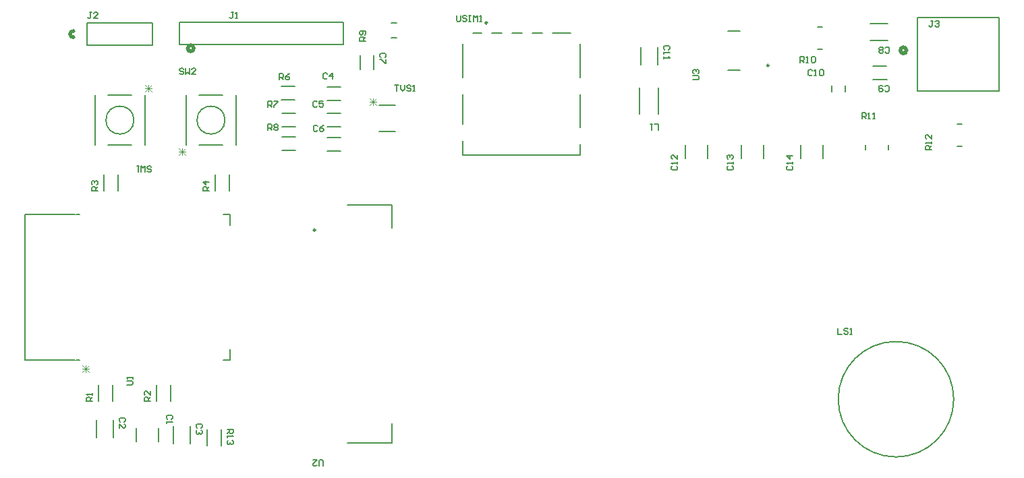
<source format=gto>
G04*
G04 #@! TF.GenerationSoftware,Altium Limited,Altium Designer,24.8.2 (39)*
G04*
G04 Layer_Color=65535*
%FSLAX44Y44*%
%MOMM*%
G71*
G04*
G04 #@! TF.SameCoordinates,C4C63D13-D3AA-445C-89B5-11D78E456874*
G04*
G04*
G04 #@! TF.FilePolarity,Positive*
G04*
G01*
G75*
%ADD10C,0.1500*%
%ADD11C,0.1524*%
%ADD12C,0.2500*%
%ADD13C,0.5080*%
%ADD14C,0.2000*%
%ADD15C,0.1778*%
%ADD16C,0.0762*%
D10*
X1102470Y96520D02*
G03*
X1102470Y96520I-72500J0D01*
G01*
D11*
X187706Y447040D02*
G03*
X187706Y447040I-17526J0D01*
G01*
X73406D02*
G03*
X73406Y447040I-17526J0D01*
G01*
X194348Y314843D02*
Y328533D01*
X763Y145907D02*
X5197D01*
X381127Y433070D02*
X401193D01*
X185842Y328533D02*
X194348D01*
Y145907D02*
Y159598D01*
X381127Y466090D02*
X401193D01*
X-63208Y328533D02*
X-763D01*
X185842Y145907D02*
X194348D01*
X-63208D02*
Y328533D01*
X763D02*
X5197D01*
X-63208Y145907D02*
X-763D01*
X24638Y415798D02*
Y478282D01*
X41026Y415798D02*
X70734D01*
X155326D02*
X185034D01*
X14986Y541020D02*
Y568960D01*
X96774D01*
X201422Y415798D02*
Y478282D01*
X155326D02*
X185034D01*
X138938Y415798D02*
Y478282D01*
X130810Y570230D02*
X336550D01*
X96774Y541020D02*
Y568960D01*
X14986Y541020D02*
X96774D01*
X130810Y542290D02*
Y570230D01*
X41026Y478282D02*
X70734D01*
X1057040Y575940D02*
X1159580D01*
X1057040Y483400D02*
Y575940D01*
X336550Y542290D02*
Y570230D01*
X130810Y542290D02*
X336550D01*
X1057040Y483400D02*
X1159580D01*
Y575940D01*
X87122Y415798D02*
Y478282D01*
D12*
X516970Y569290D02*
G03*
X516970Y569290I-1250J0D01*
G01*
X870520Y515620D02*
G03*
X870520Y515620I-1250J0D01*
G01*
X301260Y308920D02*
G03*
X301260Y308920I-1250J0D01*
G01*
D13*
X1043070Y534670D02*
G03*
X1043070Y534670I-3810J0D01*
G01*
X148590Y537210D02*
G03*
X148590Y537210I-3810J0D01*
G01*
X-2540Y558792D02*
G03*
X-2540Y551189I-254J-3801D01*
G01*
D14*
X731871Y454770D02*
Y487832D01*
X708309Y454770D02*
Y487832D01*
X175400Y358259D02*
Y378341D01*
X997380Y546780D02*
X1019380D01*
X397510Y311920D02*
Y340420D01*
X931523Y535635D02*
X937917D01*
X966080Y482910D02*
Y489910D01*
X315720Y488560D02*
X333220D01*
X35700Y358259D02*
Y378341D01*
X258570Y489830D02*
X275570D01*
X709590Y516170D02*
Y538170D01*
X730590Y516170D02*
Y538170D01*
X997433Y568357D02*
X1019433D01*
X931523Y564185D02*
X937917D01*
X374260Y510680D02*
Y528180D01*
X1000900Y498230D02*
X1018400D01*
X1106783Y442265D02*
X1113177D01*
X357230Y510627D02*
Y528126D01*
X991565Y409553D02*
Y415947D01*
X1106783Y413715D02*
X1113177D01*
X1020115Y409553D02*
Y415947D01*
X29350Y94099D02*
Y114181D01*
X486420Y403290D02*
X633720D01*
Y500790D02*
Y542790D01*
Y438190D02*
Y479290D01*
Y403290D02*
Y416690D01*
X498670Y555990D02*
X509520D01*
X523020D02*
X534920D01*
X548420D02*
X560320D01*
X573820D02*
X585720D01*
X599220D02*
X621470D01*
X486420Y500790D02*
Y542790D01*
Y442190D02*
Y479290D01*
Y403290D02*
Y420690D01*
X258940Y426330D02*
X275940D01*
X192900Y358259D02*
Y378341D01*
X46850Y94099D02*
Y114181D01*
X315773Y438670D02*
X333273D01*
X315720Y455700D02*
X333220D01*
X258940Y409330D02*
X275940D01*
X1000847Y515260D02*
X1018346D01*
X315773Y471530D02*
X333273D01*
X396853Y550779D02*
X403247D01*
X341510Y340420D02*
X397510D01*
X949080Y482910D02*
Y489910D01*
X26330Y48690D02*
Y70690D01*
X47330Y48690D02*
Y70690D01*
X53200Y358259D02*
Y378341D01*
X165240Y38219D02*
Y58301D01*
X315773Y408030D02*
X333273D01*
X315720Y425060D02*
X333220D01*
X341510Y41420D02*
X397510D01*
Y65920D01*
X863651Y399226D02*
Y416114D01*
X765759Y399226D02*
Y416115D01*
X793801Y399226D02*
Y416115D01*
X101740Y94099D02*
Y114181D01*
X119240Y94099D02*
Y114181D01*
X835609Y399226D02*
Y416114D01*
X143850Y41070D02*
Y63070D01*
X104191Y43626D02*
Y60514D01*
X76149Y43626D02*
Y60514D01*
X910539Y399226D02*
Y416115D01*
X938581Y399226D02*
Y416115D01*
X122850Y41070D02*
Y63070D01*
X819270Y510170D02*
X834270D01*
X819270Y559170D02*
X834270D01*
X182740Y38219D02*
Y58301D01*
X396853Y569361D02*
X403247D01*
X258570Y472830D02*
X275570D01*
X258940Y438685D02*
X275940D01*
X258940Y455685D02*
X275940D01*
D15*
X732155Y434347D02*
Y441964D01*
X727077D01*
X724538D02*
X721998D01*
X723268D01*
Y434347D01*
X724538Y435616D01*
X478309Y578637D02*
Y572289D01*
X479579Y571019D01*
X482118D01*
X483387Y572289D01*
Y578637D01*
X491005Y577367D02*
X489735Y578637D01*
X487196D01*
X485927Y577367D01*
Y576097D01*
X487196Y574828D01*
X489735D01*
X491005Y573558D01*
Y572289D01*
X489735Y571019D01*
X487196D01*
X485927Y572289D01*
X493544Y578637D02*
X496083D01*
X494814D01*
Y571019D01*
X493544D01*
X496083D01*
X499892D02*
Y578637D01*
X502431Y576097D01*
X504970Y578637D01*
Y571019D01*
X507509D02*
X510049D01*
X508779D01*
Y578637D01*
X507509Y577367D01*
X241555Y434213D02*
Y441830D01*
X245364D01*
X246633Y440561D01*
Y438022D01*
X245364Y436752D01*
X241555D01*
X244094D02*
X246633Y434213D01*
X249173Y440561D02*
X250442Y441830D01*
X252981D01*
X254251Y440561D01*
Y439291D01*
X252981Y438022D01*
X254251Y436752D01*
Y435483D01*
X252981Y434213D01*
X250442D01*
X249173Y435483D01*
Y436752D01*
X250442Y438022D01*
X249173Y439291D01*
Y440561D01*
X250442Y438022D02*
X252981D01*
X303739Y469931D02*
X302470Y471200D01*
X299930D01*
X298661Y469931D01*
Y464853D01*
X299930Y463583D01*
X302470D01*
X303739Y464853D01*
X311357Y471200D02*
X306278D01*
Y467392D01*
X308817Y468661D01*
X310087D01*
X311357Y467392D01*
Y464853D01*
X310087Y463583D01*
X307548D01*
X306278Y464853D01*
X987425Y448437D02*
Y456054D01*
X991234D01*
X992503Y454785D01*
Y452246D01*
X991234Y450976D01*
X987425D01*
X989964D02*
X992503Y448437D01*
X995042D02*
X997582D01*
X996312D01*
Y456054D01*
X995042Y454785D01*
X1001391Y448437D02*
X1003930D01*
X1002660D01*
Y456054D01*
X1001391Y454785D01*
X190627Y58547D02*
X198244D01*
Y54738D01*
X196975Y53469D01*
X194436D01*
X193166Y54738D01*
Y58547D01*
Y56008D02*
X190627Y53469D01*
Y50929D02*
Y48390D01*
Y49660D01*
X198244D01*
X196975Y50929D01*
Y44581D02*
X198244Y43312D01*
Y40773D01*
X196975Y39503D01*
X195705D01*
X194436Y40773D01*
Y42042D01*
Y40773D01*
X193166Y39503D01*
X191897D01*
X190627Y40773D01*
Y43312D01*
X191897Y44581D01*
X957199Y185544D02*
Y177927D01*
X962277D01*
X969895Y184275D02*
X968625Y185544D01*
X966086D01*
X964817Y184275D01*
Y183005D01*
X966086Y181736D01*
X968625D01*
X969895Y180466D01*
Y179197D01*
X968625Y177927D01*
X966086D01*
X964817Y179197D01*
X972434Y177927D02*
X974973D01*
X973704D01*
Y185544D01*
X972434Y184275D01*
X135761Y510919D02*
X134492Y512188D01*
X131953D01*
X130683Y510919D01*
Y509649D01*
X131953Y508380D01*
X134492D01*
X135761Y507110D01*
Y505841D01*
X134492Y504571D01*
X131953D01*
X130683Y505841D01*
X138301Y512188D02*
Y504571D01*
X140840Y507110D01*
X143379Y504571D01*
Y512188D01*
X150996Y504571D02*
X145918D01*
X150996Y509649D01*
Y510919D01*
X149727Y512188D01*
X147188D01*
X145918Y510919D01*
X90299Y383161D02*
X91568Y381892D01*
X94107D01*
X95377Y383161D01*
Y384431D01*
X94107Y385700D01*
X91568D01*
X90299Y386970D01*
Y388239D01*
X91568Y389509D01*
X94107D01*
X95377Y388239D01*
X87760Y381892D02*
Y389509D01*
X85220Y386970D01*
X82681Y389509D01*
Y381892D01*
X80142Y389509D02*
X77603D01*
X78872D01*
Y381892D01*
X80142Y383161D01*
X1074293Y409575D02*
X1066675D01*
Y413384D01*
X1067945Y414653D01*
X1070484D01*
X1071754Y413384D01*
Y409575D01*
Y412114D02*
X1074293Y414653D01*
Y417192D02*
Y419732D01*
Y418462D01*
X1066675D01*
X1067945Y417192D01*
X1074293Y428619D02*
Y423540D01*
X1069215Y428619D01*
X1067945D01*
X1066675Y427349D01*
Y424810D01*
X1067945Y423540D01*
X909958Y519431D02*
Y527049D01*
X913767D01*
X915036Y525779D01*
Y523240D01*
X913767Y521970D01*
X909958D01*
X912497D02*
X915036Y519431D01*
X917576D02*
X920115D01*
X918845D01*
Y527049D01*
X917576Y525779D01*
X923924D02*
X925193Y527049D01*
X927732D01*
X929002Y525779D01*
Y520701D01*
X927732Y519431D01*
X925193D01*
X923924Y520701D01*
Y525779D01*
X364363Y546481D02*
X356745D01*
Y550290D01*
X358015Y551559D01*
X360554D01*
X361824Y550290D01*
Y546481D01*
Y549020D02*
X364363Y551559D01*
X363093Y554099D02*
X364363Y555368D01*
Y557907D01*
X363093Y559177D01*
X358015D01*
X356745Y557907D01*
Y555368D01*
X358015Y554099D01*
X359285D01*
X360554Y555368D01*
Y559177D01*
X241762Y463568D02*
Y471185D01*
X245570D01*
X246840Y469916D01*
Y467377D01*
X245570Y466107D01*
X241762D01*
X244301D02*
X246840Y463568D01*
X249379Y471185D02*
X254457D01*
Y469916D01*
X249379Y464838D01*
Y463568D01*
X256275Y497713D02*
Y505331D01*
X260084D01*
X261353Y504061D01*
Y501522D01*
X260084Y500252D01*
X256275D01*
X258814D02*
X261353Y497713D01*
X268971Y505331D02*
X266432Y504061D01*
X263892Y501522D01*
Y498983D01*
X265162Y497713D01*
X267701D01*
X268971Y498983D01*
Y500252D01*
X267701Y501522D01*
X263892D01*
X167513Y358013D02*
X159895D01*
Y361822D01*
X161165Y363091D01*
X163704D01*
X164974Y361822D01*
Y358013D01*
Y360552D02*
X167513Y363091D01*
Y369439D02*
X159895D01*
X163704Y365630D01*
Y370709D01*
X27813Y358013D02*
X20196D01*
Y361822D01*
X21465Y363091D01*
X24004D01*
X25274Y361822D01*
Y358013D01*
Y360552D02*
X27813Y363091D01*
X21465Y365630D02*
X20196Y366900D01*
Y369439D01*
X21465Y370709D01*
X22735D01*
X24004Y369439D01*
Y368170D01*
Y369439D01*
X25274Y370709D01*
X26543D01*
X27813Y369439D01*
Y366900D01*
X26543Y365630D01*
X93853Y93853D02*
X86236D01*
Y97662D01*
X87505Y98931D01*
X90044D01*
X91314Y97662D01*
Y93853D01*
Y96392D02*
X93853Y98931D01*
Y106549D02*
Y101470D01*
X88775Y106549D01*
X87505D01*
X86236Y105279D01*
Y102740D01*
X87505Y101470D01*
X21463Y93853D02*
X13845D01*
Y97662D01*
X15115Y98931D01*
X17654D01*
X18924Y97662D01*
Y93853D01*
Y96392D02*
X21463Y98931D01*
Y101470D02*
Y104010D01*
Y102740D01*
X13845D01*
X15115Y101470D01*
X893955Y389507D02*
X892685Y388238D01*
Y385699D01*
X893955Y384429D01*
X899033D01*
X900303Y385699D01*
Y388238D01*
X899033Y389507D01*
X900303Y392047D02*
Y394586D01*
Y393316D01*
X892685D01*
X893955Y392047D01*
X900303Y402203D02*
X892685D01*
X896494Y398395D01*
Y403473D01*
X819025Y389507D02*
X817756Y388238D01*
Y385699D01*
X819025Y384429D01*
X824103D01*
X825373Y385699D01*
Y388238D01*
X824103Y389507D01*
X825373Y392047D02*
Y394586D01*
Y393316D01*
X817756D01*
X819025Y392047D01*
Y398395D02*
X817756Y399664D01*
Y402203D01*
X819025Y403473D01*
X820295D01*
X821564Y402203D01*
Y400934D01*
Y402203D01*
X822834Y403473D01*
X824103D01*
X825373Y402203D01*
Y399664D01*
X824103Y398395D01*
X749175Y389507D02*
X747906Y388238D01*
Y385699D01*
X749175Y384429D01*
X754253D01*
X755523Y385699D01*
Y388238D01*
X754253Y389507D01*
X755523Y392047D02*
Y394586D01*
Y393316D01*
X747906D01*
X749175Y392047D01*
X755523Y403473D02*
Y398395D01*
X750445Y403473D01*
X749175D01*
X747906Y402203D01*
Y399664D01*
X749175Y398395D01*
X744853Y535426D02*
X746123Y536696D01*
Y539235D01*
X744853Y540505D01*
X739775D01*
X738505Y539235D01*
Y536696D01*
X739775Y535426D01*
X738505Y532887D02*
Y530348D01*
Y531618D01*
X746123D01*
X744853Y532887D01*
X738505Y526539D02*
Y524000D01*
Y525270D01*
X746123D01*
X744853Y526539D01*
X925196Y509269D02*
X923927Y510539D01*
X921388D01*
X920118Y509269D01*
Y504191D01*
X921388Y502921D01*
X923927D01*
X925196Y504191D01*
X927736Y502921D02*
X930275D01*
X929005D01*
Y510539D01*
X927736Y509269D01*
X934084D02*
X935353Y510539D01*
X937892D01*
X939162Y509269D01*
Y504191D01*
X937892Y502921D01*
X935353D01*
X934084Y504191D01*
Y509269D01*
X1015875Y483999D02*
X1017144Y482729D01*
X1019683D01*
X1020953Y483999D01*
Y489077D01*
X1019683Y490347D01*
X1017144D01*
X1015875Y489077D01*
X1013335D02*
X1012066Y490347D01*
X1009527D01*
X1008257Y489077D01*
Y483999D01*
X1009527Y482729D01*
X1012066D01*
X1013335Y483999D01*
Y485269D01*
X1012066Y486538D01*
X1008257D01*
X1016637Y532513D02*
X1017906Y531244D01*
X1020445D01*
X1021715Y532513D01*
Y537591D01*
X1020445Y538861D01*
X1017906D01*
X1016637Y537591D01*
X1014098Y532513D02*
X1012828Y531244D01*
X1010289D01*
X1009019Y532513D01*
Y533783D01*
X1010289Y535052D01*
X1009019Y536322D01*
Y537591D01*
X1010289Y538861D01*
X1012828D01*
X1014098Y537591D01*
Y536322D01*
X1012828Y535052D01*
X1014098Y533783D01*
Y532513D01*
X1012828Y535052D02*
X1010289D01*
X388491Y525655D02*
X389761Y526924D01*
Y529463D01*
X388491Y530733D01*
X383413D01*
X382143Y529463D01*
Y526924D01*
X383413Y525655D01*
X389761Y523116D02*
Y518037D01*
X388491D01*
X383413Y523116D01*
X382143D01*
X304150Y439291D02*
X302881Y440560D01*
X300341D01*
X299072Y439291D01*
Y434213D01*
X300341Y432943D01*
X302881D01*
X304150Y434213D01*
X311768Y440560D02*
X309229Y439291D01*
X306689Y436752D01*
Y434213D01*
X307959Y432943D01*
X310498D01*
X311768Y434213D01*
Y435482D01*
X310498Y436752D01*
X306689D01*
X316213Y505077D02*
X314944Y506347D01*
X312405D01*
X311135Y505077D01*
Y499999D01*
X312405Y498729D01*
X314944D01*
X316213Y499999D01*
X322561Y498729D02*
Y506347D01*
X318753Y502538D01*
X323831D01*
X158113Y60327D02*
X159382Y61596D01*
Y64135D01*
X158113Y65405D01*
X153035D01*
X151765Y64135D01*
Y61596D01*
X153035Y60327D01*
X158113Y57787D02*
X159382Y56518D01*
Y53979D01*
X158113Y52709D01*
X156843D01*
X155574Y53979D01*
Y55248D01*
Y53979D01*
X154304Y52709D01*
X153035D01*
X151765Y53979D01*
Y56518D01*
X153035Y57787D01*
X61593Y67947D02*
X62863Y69216D01*
Y71755D01*
X61593Y73025D01*
X56515D01*
X55245Y71755D01*
Y69216D01*
X56515Y67947D01*
X55245Y60329D02*
Y65408D01*
X60323Y60329D01*
X61593D01*
X62863Y61599D01*
Y64138D01*
X61593Y65408D01*
X120775Y71234D02*
X122044Y72504D01*
Y75043D01*
X120775Y76313D01*
X115697D01*
X114427Y75043D01*
Y72504D01*
X115697Y71234D01*
X114427Y68695D02*
Y66156D01*
Y67426D01*
X122044D01*
X120775Y68695D01*
X775336Y497715D02*
X781684D01*
X782954Y498985D01*
Y501524D01*
X781684Y502793D01*
X775336D01*
X776606Y505333D02*
X775336Y506602D01*
Y509141D01*
X776606Y510411D01*
X777876D01*
X779145Y509141D01*
Y507872D01*
Y509141D01*
X780415Y510411D01*
X781684D01*
X782954Y509141D01*
Y506602D01*
X781684Y505333D01*
X1076692Y571749D02*
X1074153D01*
X1075423D01*
Y565401D01*
X1074153Y564131D01*
X1072884D01*
X1071614Y565401D01*
X1079232Y570479D02*
X1080501Y571749D01*
X1083040D01*
X1084310Y570479D01*
Y569210D01*
X1083040Y567940D01*
X1081771D01*
X1083040D01*
X1084310Y566670D01*
Y565401D01*
X1083040Y564131D01*
X1080501D01*
X1079232Y565401D01*
X64264Y114808D02*
X70612D01*
X71882Y116078D01*
Y118617D01*
X70612Y119886D01*
X64264D01*
X71882Y122425D02*
Y124965D01*
Y123695D01*
X64264D01*
X65534Y122425D01*
X400929Y490980D02*
X406008D01*
X403469D01*
Y483362D01*
X408547Y490980D02*
Y485902D01*
X411086Y483362D01*
X413625Y485902D01*
Y490980D01*
X421243Y489710D02*
X419973Y490980D01*
X417434D01*
X416164Y489710D01*
Y488441D01*
X417434Y487171D01*
X419973D01*
X421243Y485902D01*
Y484632D01*
X419973Y483362D01*
X417434D01*
X416164Y484632D01*
X423782Y483362D02*
X426321D01*
X425052D01*
Y490980D01*
X423782Y489710D01*
X20182Y582422D02*
X17642D01*
X18912D01*
Y576074D01*
X17642Y574804D01*
X16373D01*
X15103Y576074D01*
X27799Y574804D02*
X22721D01*
X27799Y579883D01*
Y581152D01*
X26529Y582422D01*
X23990D01*
X22721Y581152D01*
X198603Y582422D02*
X196064D01*
X197334D01*
Y576074D01*
X196064Y574804D01*
X194794D01*
X193525Y576074D01*
X201142Y574804D02*
X203682D01*
X202412D01*
Y582422D01*
X201142Y581152D01*
X310948Y12743D02*
Y19091D01*
X309678Y20360D01*
X307139D01*
X305870Y19091D01*
Y12743D01*
X298252Y20360D02*
X303330D01*
X298252Y15282D01*
Y14012D01*
X299522Y12743D01*
X302061D01*
X303330Y14012D01*
D16*
X368980Y474486D02*
X377444Y466022D01*
X368980D02*
X377444Y474486D01*
X368980Y470254D02*
X377444D01*
X373212Y466022D02*
Y474486D01*
X8740Y130844D02*
X17204Y139308D01*
Y130844D02*
X8740Y139308D01*
X12972Y130844D02*
Y139308D01*
X17204Y135076D02*
X8740D01*
X129734Y402844D02*
X138198Y411308D01*
Y402844D02*
X129734Y411308D01*
X133966Y402844D02*
Y411308D01*
X138198Y407076D02*
X129734D01*
X96326Y491236D02*
X87862Y482772D01*
Y491236D02*
X96326Y482772D01*
X92094Y491236D02*
Y482772D01*
X87862Y487004D02*
X96326D01*
M02*

</source>
